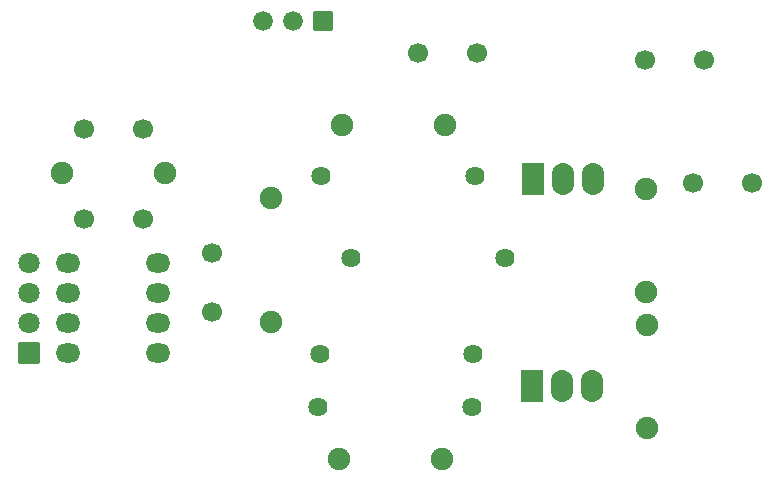
<source format=gbs>
G04 Layer: BottomSolderMaskLayer*
G04 EasyEDA Pro v2.1.64.d1969c9c.217bcf, 2024-10-29 18:51:19*
G04 Gerber Generator version 0.3*
G04 Scale: 100 percent, Rotated: No, Reflected: No*
G04 Dimensions in millimeters*
G04 Leading zeros omitted, absolute positions, 3 integers and 5 decimals*
%FSLAX35Y35*%
%MOMM*%
%AMRoundRect*1,1,$1,$2,$3*1,1,$1,$4,$5*1,1,$1,0-$2,0-$3*1,1,$1,0-$4,0-$5*20,1,$1,$2,$3,$4,$5,0*20,1,$1,$4,$5,0-$2,0-$3,0*20,1,$1,0-$2,0-$3,0-$4,0-$5,0*20,1,$1,0-$4,0-$5,$2,$3,0*4,1,4,$2,$3,$4,$5,0-$2,0-$3,0-$4,0-$5,$2,$3,0*%
%ADD10O,2.0716X1.6256*%
%ADD11C,1.9016*%
%ADD12C,1.6256*%
%ADD13C,1.7*%
%ADD14RoundRect,0.09618X-0.85271X-0.85271X-0.85271X0.85271*%
%ADD15C,1.8016*%
%ADD16O,1.9016X2.70159*%
%ADD17RoundRect,0.09645X-0.90257X1.30257X0.90257X1.30257*%
%ADD18C,1.6768*%
%ADD19RoundRect,0.09615X0.79032X-0.79032X-0.79032X-0.79032*%
G75*


G04 Pad Start*
G54D10*
G01X1206500Y3390900D03*
G01X1968500Y3390900D03*
G01X1206500Y3136900D03*
G01X1968500Y3136900D03*
G01X1206500Y2882900D03*
G01X1968500Y2882900D03*
G01X1206500Y2628900D03*
G01X1968500Y2628900D03*
G54D11*
G01X2022500Y4152900D03*
G01X1152500Y4152900D03*
G01X3527400Y4559300D03*
G01X4397400Y4559300D03*
G01X3502000Y1727200D03*
G01X4372000Y1727200D03*
G01X6108700Y2860700D03*
G01X6108700Y1990700D03*
G01X6096000Y4016400D03*
G01X6096000Y3146400D03*
G54D12*
G01X3604501Y3429000D03*
G01X4904499Y3429000D03*
G54D11*
G01X2921000Y2891307D03*
G01X2921000Y3941293D03*
G54D12*
G01X4625099Y2171700D03*
G01X3325101Y2171700D03*
G01X4650499Y4127500D03*
G01X3350501Y4127500D03*
G01X4637799Y2616200D03*
G01X3337801Y2616200D03*
G54D13*
G01X1337501Y3759200D03*
G01X1837500Y3759200D03*
G01X1337501Y4521200D03*
G01X1837500Y4521200D03*
G01X6993700Y4064000D03*
G01X6493701Y4064000D03*
G54D14*
G01X876300Y2628900D03*
G54D15*
G01X876300Y2882900D03*
G01X876300Y3136900D03*
G01X876300Y3390900D03*
G54D13*
G01X4669600Y5168900D03*
G01X4169601Y5168900D03*
G01X6087301Y5105400D03*
G01X6587300Y5105400D03*
G54D16*
G01X5397995Y4102100D03*
G01X5651995Y4101109D03*
G54D17*
G01X5143995Y4102100D03*
G54D16*
G01X5384800Y2349995D03*
G01X5638800Y2349005D03*
G54D17*
G01X5130800Y2349995D03*
G54D18*
G01X2857500Y5435600D03*
G01X3111500Y5435600D03*
G54D19*
G01X3365500Y5435600D03*
G54D13*
G01X2425700Y2975801D03*
G01X2425700Y3475800D03*
G04 Pad End*

M02*

</source>
